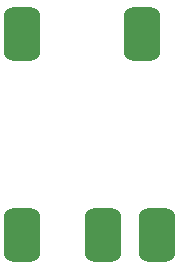
<source format=gbr>
%TF.GenerationSoftware,KiCad,Pcbnew,(6.0.0)*%
%TF.CreationDate,2022-09-01T11:05:02-05:00*%
%TF.ProjectId,SAQ-HV,5341512d-4856-42e6-9b69-6361645f7063,rev?*%
%TF.SameCoordinates,Original*%
%TF.FileFunction,Paste,Top*%
%TF.FilePolarity,Positive*%
%FSLAX46Y46*%
G04 Gerber Fmt 4.6, Leading zero omitted, Abs format (unit mm)*
G04 Created by KiCad (PCBNEW (6.0.0)) date 2022-09-01 11:05:02*
%MOMM*%
%LPD*%
G01*
G04 APERTURE LIST*
G04 Aperture macros list*
%AMRoundRect*
0 Rectangle with rounded corners*
0 $1 Rounding radius*
0 $2 $3 $4 $5 $6 $7 $8 $9 X,Y pos of 4 corners*
0 Add a 4 corners polygon primitive as box body*
4,1,4,$2,$3,$4,$5,$6,$7,$8,$9,$2,$3,0*
0 Add four circle primitives for the rounded corners*
1,1,$1+$1,$2,$3*
1,1,$1+$1,$4,$5*
1,1,$1+$1,$6,$7*
1,1,$1+$1,$8,$9*
0 Add four rect primitives between the rounded corners*
20,1,$1+$1,$2,$3,$4,$5,0*
20,1,$1+$1,$4,$5,$6,$7,0*
20,1,$1+$1,$6,$7,$8,$9,0*
20,1,$1+$1,$8,$9,$2,$3,0*%
G04 Aperture macros list end*
%ADD10RoundRect,0.762000X0.762000X1.524000X-0.762000X1.524000X-0.762000X-1.524000X0.762000X-1.524000X0*%
G04 APERTURE END LIST*
D10*
%TO.C,HV1*%
X69977000Y-87884000D03*
X65405000Y-87884000D03*
X68707000Y-70866000D03*
X58547000Y-70866000D03*
X58547000Y-87884000D03*
%TD*%
M02*

</source>
